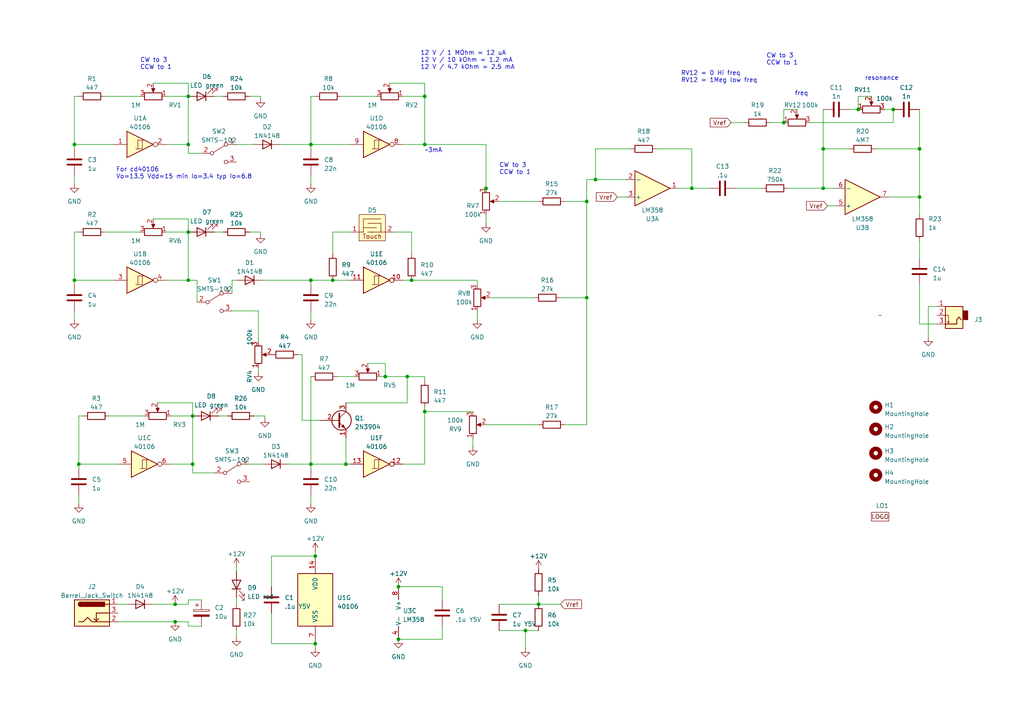
<source format=kicad_sch>
(kicad_sch (version 20230121) (generator eeschema)
  (paper "A4")
  (lib_symbols
    (symbol "4xxx:40106" (pin_names (offset 1.016))
      (property "Reference" "U" (at 0 1.27 0))
      (property "Value" "40106" (at 0 -1.27 0))
      (symbol "40106_1_0"
        (polyline (pts (xy -0.635 -1.27) (xy -0.635 1.27) (xy 0.635 1.27)))
        (polyline (pts (xy -3.81 3.81) (xy -3.81 -3.81) (xy 3.81 0) (xy -3.81 3.81)) (stroke (width 0.254)) (fill (type background)))
        (polyline (pts (xy -1.27 -1.27) (xy 0.635 -1.27) (xy 0.635 1.27) (xy 1.27 1.27)))
        (pin input line (at -7.62 0 0) (length 3.81) (name "~") (number "1"))
        (pin output inverted (at 7.62 0 180) (length 3.81) (name "~") (number "2"))
      )
      (symbol "40106_2_0"
        (polyline (pts (xy -0.635 -1.27) (xy -0.635 1.27) (xy 0.635 1.27)))
        (polyline (pts (xy -3.81 3.81) (xy -3.81 -3.81) (xy 3.81 0) (xy -3.81 3.81)) (stroke (width 0.254)) (fill (type background)))
        (polyline (pts (xy -1.27 -1.27) (xy 0.635 -1.27) (xy 0.635 1.27) (xy 1.27 1.27)))
        (pin input line (at -7.62 0 0) (length 3.81) (name "~") (number "3"))
        (pin output inverted (at 7.62 0 180) (length 3.81) (name "~") (number "4"))
      )
      (symbol "40106_3_0"
        (polyline (pts (xy -0.635 -1.27) (xy -0.635 1.27) (xy 0.635 1.27)))
        (polyline (pts (xy -3.81 3.81) (xy -3.81 -3.81) (xy 3.81 0) (xy -3.81 3.81)) (stroke (width 0.254)) (fill (type background)))
        (polyline (pts (xy -1.27 -1.27) (xy 0.635 -1.27) (xy 0.635 1.27) (xy 1.27 1.27)))
        (pin input line (at -7.62 0 0) (length 3.81) (name "~") (number "5"))
        (pin output inverted (at 7.62 0 180) (length 3.81) (name "~") (number "6"))
      )
      (symbol "40106_4_0"
        (polyline (pts (xy -0.635 -1.27) (xy -0.635 1.27) (xy 0.635 1.27)))
        (polyline (pts (xy -3.81 3.81) (xy -3.81 -3.81) (xy 3.81 0) (xy -3.81 3.81)) (stroke (width 0.254)) (fill (type background)))
        (polyline (pts (xy -1.27 -1.27) (xy 0.635 -1.27) (xy 0.635 1.27) (xy 1.27 1.27)))
        (pin output inverted (at 7.62 0 180) (length 3.81) (name "~") (number "8"))
        (pin input line (at -7.62 0 0) (length 3.81) (name "~") (number "9"))
      )
      (symbol "40106_5_0"
        (polyline (pts (xy -0.635 -1.27) (xy -0.635 1.27) (xy 0.635 1.27)))
        (polyline (pts (xy -3.81 3.81) (xy -3.81 -3.81) (xy 3.81 0) (xy -3.81 3.81)) (stroke (width 0.254)) (fill (type background)))
        (polyline (pts (xy -1.27 -1.27) (xy 0.635 -1.27) (xy 0.635 1.27) (xy 1.27 1.27)))
        (pin output inverted (at 7.62 0 180) (length 3.81) (name "~") (number "10"))
        (pin input line (at -7.62 0 0) (length 3.81) (name "~") (number "11"))
      )
      (symbol "40106_6_0"
        (polyline (pts (xy -0.635 -1.27) (xy -0.635 1.27) (xy 0.635 1.27)))
        (polyline (pts (xy -3.81 3.81) (xy -3.81 -3.81) (xy 3.81 0) (xy -3.81 3.81)) (stroke (width 0.254)) (fill (type background)))
        (polyline (pts (xy -1.27 -1.27) (xy 0.635 -1.27) (xy 0.635 1.27) (xy 1.27 1.27)))
        (pin output inverted (at 7.62 0 180) (length 3.81) (name "~") (number "12"))
        (pin input line (at -7.62 0 0) (length 3.81) (name "~") (number "13"))
      )
      (symbol "40106_7_0"
        (pin power_in line (at 0 12.7 270) (length 5.08) (name "VDD") (number "14"))
        (pin power_in line (at 0 -12.7 90) (length 5.08) (name "VSS") (number "7"))
      )
      (symbol "40106_7_1"
        (rectangle (start -5.08 7.62) (end 5.08 -7.62) (stroke (width 0.254)) (fill (type background)))
      )
    )
    (symbol "Amplifier_Operational:LM358" (pin_names (offset 0.127))
      (property "Reference" "U" (at 0 5.08 0))
      (property "Value" "LM358" (at 0 -5.08 0))
      (symbol "LM358_1_1"
        (polyline (pts (xy -5.08 5.08) (xy 5.08 0) (xy -5.08 -5.08) (xy -5.08 5.08)) (stroke (width 0.254)) (fill (type background)))
        (pin output line (at 7.62 0 180) (length 2.54) (name "~") (number "1"))
        (pin input line (at -7.62 -2.54 0) (length 2.54) (name "-") (number "2"))
        (pin input line (at -7.62 2.54 0) (length 2.54) (name "+") (number "3"))
      )
      (symbol "LM358_2_1"
        (polyline (pts (xy -5.08 5.08) (xy 5.08 0) (xy -5.08 -5.08) (xy -5.08 5.08)) (stroke (width 0.254)) (fill (type background)))
        (pin input line (at -7.62 2.54 0) (length 2.54) (name "+") (number "5"))
        (pin input line (at -7.62 -2.54 0) (length 2.54) (name "-") (number "6"))
        (pin output line (at 7.62 0 180) (length 2.54) (name "~") (number "7"))
      )
      (symbol "LM358_3_1"
        (pin power_in line (at -2.54 -7.62 90) (length 3.81) (name "V-") (number "4"))
        (pin power_in line (at -2.54 7.62 270) (length 3.81) (name "V+") (number "8"))
      )
    )
    (symbol "Connector:Barrel_Jack_Switch" (pin_names hide)
      (property "Reference" "J" (at 0 5.334 0))
      (property "Value" "Barrel_Jack_Switch" (at 0 -5.08 0))
      (symbol "Barrel_Jack_Switch_0_1"
        (rectangle (start -5.08 3.81) (end 5.08 -3.81) (stroke (width 0.254)) (fill (type background)))
        (arc (start -3.302 3.175) (mid -3.9343 2.54) (end -3.302 1.905) (stroke (width 0.254)))
        (arc (start -3.302 3.175) (mid -3.9343 2.54) (end -3.302 1.905) (stroke (width 0.254)) (fill (type outline)))
        (polyline (pts (xy 1.27 -2.286) (xy 1.905 -1.651)) (stroke (width 0.254)))
        (polyline (pts (xy 5.08 2.54) (xy 3.81 2.54)) (stroke (width 0.254)))
        (polyline (pts (xy 5.08 0) (xy 1.27 0) (xy 1.27 -2.286) (xy 0.635 -1.651)) (stroke (width 0.254)))
        (polyline (pts (xy -3.81 -2.54) (xy -2.54 -2.54) (xy -1.27 -1.27) (xy 0 -2.54) (xy 2.54 -2.54) (xy 5.08 -2.54)) (stroke (width 0.254)))
        (rectangle (start 3.683 3.175) (end -3.302 1.905) (stroke (width 0.254)) (fill (type outline)))
      )
      (symbol "Barrel_Jack_Switch_1_1"
        (pin passive line (at 7.62 2.54 180) (length 2.54) (name "~") (number "1"))
        (pin passive line (at 7.62 -2.54 180) (length 2.54) (name "~") (number "2"))
        (pin passive line (at 7.62 0 180) (length 2.54) (name "~") (number "3"))
      )
    )
    (symbol "Device:C" (pin_numbers hide) (pin_names (offset 0.254))
      (property "Reference" "C" (at 0.635 2.54 0))
      (property "Value" "C" (at 0.635 -2.54 0))
      (symbol "C_0_1"
        (polyline (pts (xy -2.032 -0.762) (xy 2.032 -0.762)) (stroke (width 0.508)))
        (polyline (pts (xy -2.032 0.762) (xy 2.032 0.762)) (stroke (width 0.508)))
      )
      (symbol "C_1_1"
        (pin passive line (at 0 3.81 270) (length 2.794) (name "~") (number "1"))
        (pin passive line (at 0 -3.81 90) (length 2.794) (name "~") (number "2"))
      )
    )
    (symbol "Device:C_Polarized" (pin_numbers hide) (pin_names (offset 0.254))
      (property "Reference" "C" (at 0.635 2.54 0))
      (property "Value" "C_Polarized" (at 0.635 -2.54 0))
      (symbol "C_Polarized_0_1"
        (rectangle (start -2.286 0.508) (end 2.286 1.016))
        (polyline (pts (xy -1.778 2.286) (xy -0.762 2.286)))
        (polyline (pts (xy -1.27 2.794) (xy -1.27 1.778)))
        (rectangle (start 2.286 -0.508) (end -2.286 -1.016) (fill (type outline)))
      )
      (symbol "C_Polarized_1_1"
        (pin passive line (at 0 3.81 270) (length 2.794) (name "~") (number "1"))
        (pin passive line (at 0 -3.81 90) (length 2.794) (name "~") (number "2"))
      )
    )
    (symbol "Device:LED" (pin_numbers hide) (pin_names (offset 1.016) hide)
      (property "Reference" "D" (at 0 2.54 0))
      (property "Value" "LED" (at 0 -2.54 0))
      (symbol "LED_0_1"
        (polyline (pts (xy -1.27 -1.27) (xy -1.27 1.27)) (stroke (width 0.254)))
        (polyline (pts (xy -1.27 0) (xy 1.27 0)))
        (polyline (pts (xy 1.27 -1.27) (xy 1.27 1.27) (xy -1.27 0) (xy 1.27 -1.27)) (stroke (width 0.254)))
        (polyline (pts (xy -3.048 -0.762) (xy -4.572 -2.286) (xy -3.81 -2.286) (xy -4.572 -2.286) (xy -4.572 -1.524)))
        (polyline (pts (xy -1.778 -0.762) (xy -3.302 -2.286) (xy -2.54 -2.286) (xy -3.302 -2.286) (xy -3.302 -1.524)))
      )
      (symbol "LED_1_1"
        (pin passive line (at -3.81 0 0) (length 2.54) (name "K") (number "1"))
        (pin passive line (at 3.81 0 180) (length 2.54) (name "A") (number "2"))
      )
    )
    (symbol "Device:R" (pin_numbers hide) (pin_names (offset 0))
      (property "Reference" "R" (at 2.032 0 90))
      (property "Value" "R" (at 0 0 90))
      (symbol "R_0_1"
        (rectangle (start -1.016 -2.54) (end 1.016 2.54) (stroke (width 0.254)))
      )
      (symbol "R_1_1"
        (pin passive line (at 0 3.81 270) (length 1.27) (name "~") (number "1"))
        (pin passive line (at 0 -3.81 90) (length 1.27) (name "~") (number "2"))
      )
    )
    (symbol "Device:R_Potentiometer" (pin_names (offset 1.016) hide)
      (property "Reference" "RV" (at -4.445 0 90))
      (property "Value" "R_Potentiometer" (at -2.54 0 90))
      (symbol "R_Potentiometer_0_1"
        (polyline (pts (xy 2.54 0) (xy 1.524 0)))
        (polyline (pts (xy 1.143 0) (xy 2.286 0.508) (xy 2.286 -0.508) (xy 1.143 0)) (fill (type outline)))
        (rectangle (start 1.016 2.54) (end -1.016 -2.54) (stroke (width 0.254)))
      )
      (symbol "R_Potentiometer_1_1"
        (pin passive line (at 0 3.81 270) (length 1.27) (name "1") (number "1"))
        (pin passive line (at 3.81 0 180) (length 1.27) (name "2") (number "2"))
        (pin passive line (at 0 -3.81 90) (length 1.27) (name "3") (number "3"))
      )
    )
    (symbol "Diode:1N4148" (pin_numbers hide) (pin_names hide)
      (property "Reference" "D" (at 0 2.54 0))
      (property "Value" "1N4148" (at 0 -2.54 0))
      (symbol "1N4148_0_1"
        (polyline (pts (xy -1.27 1.27) (xy -1.27 -1.27)) (stroke (width 0.254)))
        (polyline (pts (xy 1.27 0) (xy -1.27 0)))
        (polyline (pts (xy 1.27 1.27) (xy 1.27 -1.27) (xy -1.27 0) (xy 1.27 1.27)) (stroke (width 0.254)))
      )
      (symbol "1N4148_1_1"
        (pin passive line (at -3.81 0 0) (length 2.54) (name "K") (number "1"))
        (pin passive line (at 3.81 0 180) (length 2.54) (name "A") (number "2"))
      )
    )
    (symbol "Graphic:logo_x" (in_bom no)
      (property "Reference" "LO" (at 0 2.54 0))
      (symbol "logo_x_0_1"
        (rectangle (start -2.54 1.27) (end 2.54 -1.27))
      )
      (symbol "logo_x_1_1"
        (text "LOGO" (at 0 0 0) (effects (font (size 1.27 1.27))))
      )
    )
    (symbol "Mechanical:MountingHole" (pin_names (offset 1.016))
      (property "Reference" "H" (at 0 5.08 0))
      (property "Value" "MountingHole" (at 0 3.175 0))
      (symbol "MountingHole_0_1"
        (circle (center 0 0) (radius 1.27) (stroke (width 1.27)))
      )
    )
    (symbol "Switch:SW_SPDT" (pin_names (offset 0) hide)
      (property "Reference" "SW" (at 0 4.318 0))
      (property "Value" "SW_SPDT" (at 0 -5.08 0))
      (symbol "SW_SPDT_0_0"
        (circle (center -2.032 0) (radius 0.508))
        (circle (center 2.032 -2.54) (radius 0.508))
      )
      (symbol "SW_SPDT_0_1"
        (polyline (pts (xy -1.524 0.254) (xy 1.651 2.286)))
        (circle (center 2.032 2.54) (radius 0.508))
      )
      (symbol "SW_SPDT_1_1"
        (pin passive line (at 5.08 2.54 180) (length 2.54) (name "A") (number "1"))
        (pin passive line (at -5.08 0 0) (length 2.54) (name "B") (number "2"))
        (pin passive line (at 5.08 -2.54 180) (length 2.54) (name "C") (number "3"))
      )
    )
    (symbol "Transistor_BJT:2N3904" (pin_names (offset 0) hide)
      (property "Reference" "Q" (at 5.08 1.905 0))
      (property "Value" "2N3904" (at 5.08 0 0))
      (symbol "2N3904_0_1"
        (polyline (pts (xy 0.635 0.635) (xy 2.54 2.54)))
        (polyline (pts (xy 0.635 -0.635) (xy 2.54 -2.54) (xy 2.54 -2.54)))
        (polyline (pts (xy 0.635 1.905) (xy 0.635 -1.905) (xy 0.635 -1.905)) (stroke (width 0.508)))
        (polyline (pts (xy 1.27 -1.778) (xy 1.778 -1.27) (xy 2.286 -2.286) (xy 1.27 -1.778) (xy 1.27 -1.778)) (fill (type outline)))
        (circle (center 1.27 0) (radius 2.8194) (stroke (width 0.254)))
      )
      (symbol "2N3904_1_1"
        (pin passive line (at 2.54 -5.08 90) (length 2.54) (name "E") (number "1"))
        (pin passive line (at -5.08 0 0) (length 5.715) (name "B") (number "2"))
        (pin passive line (at 2.54 5.08 270) (length 2.54) (name "C") (number "3"))
      )
    )
    (symbol "import:AudioJackMono"
      (property "Reference" "J3" (at -5.715 1.27 0))
      (property "Value" "~" (at 21.59 2.54 0))
      (symbol "AudioJackMono_0_1"
        (rectangle (start -3.81 3.81) (end -2.54 1.27) (stroke (width 0.254)) (fill (type outline)))
        (rectangle (start -2.413 5.08) (end 2.667 -1.27) (stroke (width 0.254)) (fill (type background)))
        (polyline (pts (xy 1.778 0.254) (xy 2.032 0.762)))
        (polyline (pts (xy 2.54 2.54) (xy 1.778 2.54) (xy 1.778 0.254) (xy 1.524 0.762)))
        (polyline (pts (xy 2.54 0) (xy -0.635 0) (xy -0.635 1.27) (xy -1.27 2.032) (xy -1.905 1.27)) (stroke (width 0.254)))
      )
      (symbol "AudioJackMono_1_1"
        (pin passive line (at 5.08 5.08 180) (length 2.54) (name "~") (number "1"))
        (pin passive line (at 5.08 2.54 180) (length 2.54) (name "~") (number "2"))
        (pin passive line (at 5.08 0 180) (length 2.54) (name "~") (number "3"))
      )
    )
    (symbol "import:tactile_pad" (in_bom no)
      (property "Reference" "D" (at 0 6.35 0))
      (symbol "tactile_pad_0_1"
        (polyline (pts (xy -3.81 0) (xy -2.54 0)))
        (polyline (pts (xy -2.54 1.27) (xy 1.27 1.27)))
        (polyline (pts (xy -2.54 3.81) (xy -2.54 0)))
        (polyline (pts (xy -2.54 3.81) (xy 2.54 3.81)))
        (polyline (pts (xy -1.27 0) (xy 2.54 0)))
        (polyline (pts (xy -1.27 2.54) (xy 2.54 2.54)))
        (polyline (pts (xy 2.54 0) (xy 3.81 0)))
        (polyline (pts (xy 2.54 2.54) (xy 2.54 0)))
      )
      (symbol "tactile_pad_1_1"
        (rectangle (start -3.81 5.08) (end 3.81 -2.54) (fill (type background)))
        (text "Touch" (at 0 -1.27 0) (effects (font (size 1.27 1.27))))
        (pin passive line (at -6.35 0 0) (length 2.54) (name "") (number "1"))
        (pin passive line (at 6.35 0 180) (length 2.54) (name "") (number "2"))
      )
    )
    (symbol "power:+12V" (power) (pin_names (offset 0))
      (property "Value" "+12V" (at 0 3.556 0))
      (symbol "+12V_0_1"
        (polyline (pts (xy -0.762 1.27) (xy 0 2.54)))
        (polyline (pts (xy 0 0) (xy 0 2.54)))
        (polyline (pts (xy 0 2.54) (xy 0.762 1.27)))
      )
      (symbol "+12V_1_1"
        (pin power_in line (at 0 0 90) (length 0) hide (name "+12V") (number "1"))
      )
    )
    (symbol "power:GND" (power) (pin_names (offset 0))
      (property "Value" "GND" (at 0 -3.81 0))
      (symbol "GND_0_1"
        (polyline (pts (xy 0 0) (xy 0 -1.27) (xy 1.27 -1.27) (xy 0 -2.54) (xy -1.27 -1.27) (xy 0 -1.27)))
      )
      (symbol "GND_1_1"
        (pin power_in line (at 0 0 270) (length 0) hide (name "GND") (number "1"))
      )
    )
  )
  (junction (at 140.97 54.61))
  (junction (at 55.88 120.65))
  (junction (at 115.57 185.42))
  (junction (at 54.61 41.91))
  (junction (at 200.66 54.61))
  (junction (at 96.52 81.28))
  (junction (at 100.33 134.62))
  (junction (at 152.4 182.88))
  (junction (at 91.44 161.29))
  (junction (at 170.18 86.36))
  (junction (at 227.33 35.56))
  (junction (at 90.17 134.62))
  (junction (at 238.76 43.18))
  (junction (at 119.38 81.28))
  (junction (at 54.61 67.31))
  (junction (at 54.61 81.28))
  (junction (at 21.59 81.28))
  (junction (at 55.88 134.62))
  (junction (at 21.59 41.91))
  (junction (at 91.44 186.69))
  (junction (at 115.57 170.18))
  (junction (at 90.17 81.28))
  (junction (at 170.18 58.42))
  (junction (at 248.92 31.75))
  (junction (at 172.72 52.07))
  (junction (at 54.61 27.94))
  (junction (at 123.19 27.94))
  (junction (at 123.19 119.38))
  (junction (at 259.08 31.75))
  (junction (at 90.17 41.91))
  (junction (at 238.76 54.61))
  (junction (at 118.11 109.22))
  (junction (at 22.86 134.62))
  (junction (at 156.21 175.26))
  (junction (at 111.76 109.22))
  (junction (at 266.7 57.15))
  (junction (at 123.19 41.91))
  (junction (at 50.8 180.34))
  (junction (at 50.8 175.26))
  (junction (at 266.7 43.18))
  (wire (pts (xy 110.49 109.22) (xy 111.76 109.22)))
  (wire (pts (xy 68.58 81.28) (xy 67.31 81.28)))
  (wire (pts (xy 90.17 81.28) (xy 90.17 82.55)))
  (wire (pts (xy 162.56 86.36) (xy 170.18 86.36)))
  (wire (pts (xy 111.76 109.22) (xy 118.11 109.22)))
  (wire (pts (xy 54.61 180.34) (xy 50.8 180.34)))
  (wire (pts (xy 123.19 24.13) (xy 113.03 24.13)))
  (wire (pts (xy 58.42 173.99) (xy 54.61 173.99)))
  (wire (pts (xy 144.78 182.88) (xy 152.4 182.88)))
  (wire (pts (xy 30.48 67.31) (xy 40.64 67.31)))
  (wire (pts (xy 259.08 31.75) (xy 259.08 35.56)))
  (wire (pts (xy 118.11 116.84) (xy 118.11 109.22)))
  (wire (pts (xy 48.26 41.91) (xy 54.61 41.91)))
  (wire (pts (xy 55.88 134.62) (xy 55.88 120.65)))
  (wire (pts (xy 90.17 143.51) (xy 90.17 146.05)))
  (wire (pts (xy 74.93 106.68) (xy 74.93 107.95)))
  (wire (pts (xy 73.66 120.65) (xy 76.835 120.65)))
  (wire (pts (xy 259.08 31.75) (xy 256.54 31.75)))
  (wire (pts (xy 67.31 81.28) (xy 67.31 85.09)))
  (wire (pts (xy 116.84 27.94) (xy 123.19 27.94)))
  (wire (pts (xy 128.27 170.18) (xy 128.27 173.99)))
  (wire (pts (xy 123.19 41.91) (xy 123.19 27.94)))
  (wire (pts (xy 21.59 90.17) (xy 21.59 92.71)))
  (wire (pts (xy 91.44 160.02) (xy 91.44 161.29)))
  (wire (pts (xy 200.66 54.61) (xy 196.85 54.61)))
  (wire (pts (xy 72.39 134.62) (xy 76.2 134.62)))
  (wire (pts (xy 238.76 43.18) (xy 238.76 54.61)))
  (wire (pts (xy 90.17 90.17) (xy 90.17 92.71)))
  (wire (pts (xy 22.86 27.94) (xy 21.59 27.94)))
  (wire (pts (xy 269.24 88.9) (xy 269.24 97.79)))
  (wire (pts (xy 62.23 27.94) (xy 64.77 27.94)))
  (wire (pts (xy 123.19 118.11) (xy 123.19 119.38)))
  (wire (pts (xy 137.16 127) (xy 137.16 129.54)))
  (wire (pts (xy 76.835 120.65) (xy 76.835 121.285)))
  (wire (pts (xy 182.88 43.18) (xy 172.72 43.18)))
  (wire (pts (xy 78.74 161.29) (xy 91.44 161.29)))
  (wire (pts (xy 116.84 41.91) (xy 123.19 41.91)))
  (wire (pts (xy 140.97 41.91) (xy 140.97 54.61)))
  (wire (pts (xy 34.29 175.26) (xy 36.83 175.26)))
  (wire (pts (xy 142.24 86.36) (xy 154.94 86.36)))
  (wire (pts (xy 238.76 54.61) (xy 242.57 54.61)))
  (wire (pts (xy 54.61 44.45) (xy 54.61 41.91)))
  (wire (pts (xy 49.53 120.65) (xy 55.88 120.65)))
  (wire (pts (xy 96.52 67.31) (xy 101.6 67.31)))
  (wire (pts (xy 22.86 134.62) (xy 22.86 135.89)))
  (wire (pts (xy 213.36 54.61) (xy 220.98 54.61)))
  (wire (pts (xy 55.88 137.16) (xy 62.23 137.16)))
  (wire (pts (xy 123.19 119.38) (xy 137.16 119.38)))
  (wire (pts (xy 68.58 164.465) (xy 68.58 165.735)))
  (wire (pts (xy 54.61 24.13) (xy 54.61 27.94)))
  (wire (pts (xy 140.97 123.19) (xy 156.21 123.19)))
  (wire (pts (xy 90.17 50.8) (xy 90.17 53.34)))
  (wire (pts (xy 96.52 81.28) (xy 90.17 81.28)))
  (wire (pts (xy 83.82 134.62) (xy 90.17 134.62)))
  (wire (pts (xy 22.86 120.65) (xy 22.86 134.62)))
  (wire (pts (xy 62.23 67.31) (xy 64.77 67.31)))
  (wire (pts (xy 172.72 52.07) (xy 181.61 52.07)))
  (wire (pts (xy 90.17 27.94) (xy 90.17 41.91)))
  (wire (pts (xy 74.93 90.17) (xy 67.31 90.17)))
  (wire (pts (xy 266.7 31.75) (xy 266.7 43.18)))
  (wire (pts (xy 118.11 109.22) (xy 123.19 109.22)))
  (wire (pts (xy 144.78 175.26) (xy 156.21 175.26)))
  (wire (pts (xy 116.84 81.28) (xy 119.38 81.28)))
  (wire (pts (xy 72.39 27.94) (xy 75.565 27.94)))
  (wire (pts (xy 90.17 109.22) (xy 90.17 134.62)))
  (wire (pts (xy 163.83 123.19) (xy 170.18 123.19)))
  (wire (pts (xy 238.76 31.75) (xy 238.76 43.18)))
  (wire (pts (xy 54.61 181.61) (xy 54.61 180.34)))
  (wire (pts (xy 54.61 175.26) (xy 50.8 175.26)))
  (wire (pts (xy 34.29 134.62) (xy 22.86 134.62)))
  (wire (pts (xy 21.59 50.8) (xy 21.59 53.34)))
  (wire (pts (xy 90.17 41.91) (xy 90.17 43.18)))
  (wire (pts (xy 21.59 27.94) (xy 21.59 41.91)))
  (wire (pts (xy 57.15 81.28) (xy 54.61 81.28)))
  (wire (pts (xy 76.2 81.28) (xy 90.17 81.28)))
  (wire (pts (xy 22.86 143.51) (xy 22.86 146.05)))
  (wire (pts (xy 54.61 67.31) (xy 54.61 63.5)))
  (wire (pts (xy 246.38 31.75) (xy 248.92 31.75)))
  (wire (pts (xy 100.33 127) (xy 100.33 134.62)))
  (wire (pts (xy 170.18 86.36) (xy 170.18 123.19)))
  (wire (pts (xy 266.7 62.23) (xy 266.7 57.15)))
  (wire (pts (xy 54.61 27.94) (xy 54.61 41.91)))
  (wire (pts (xy 90.17 134.62) (xy 90.17 135.89)))
  (wire (pts (xy 55.88 137.16) (xy 55.88 134.62)))
  (wire (pts (xy 123.19 41.91) (xy 140.97 41.91)))
  (wire (pts (xy 170.18 52.07) (xy 172.72 52.07)))
  (wire (pts (xy 123.19 119.38) (xy 123.19 134.62)))
  (wire (pts (xy 266.7 69.85) (xy 266.7 74.93)))
  (wire (pts (xy 119.38 81.28) (xy 138.43 81.28)))
  (wire (pts (xy 44.45 175.26) (xy 50.8 175.26)))
  (wire (pts (xy 259.08 35.56) (xy 234.95 35.56)))
  (wire (pts (xy 54.61 24.13) (xy 44.45 24.13)))
  (wire (pts (xy 172.72 52.07) (xy 172.72 43.18)))
  (wire (pts (xy 223.52 35.56) (xy 227.33 35.56)))
  (wire (pts (xy 97.79 109.22) (xy 102.87 109.22)))
  (wire (pts (xy 72.39 67.31) (xy 75.565 67.31)))
  (wire (pts (xy 55.88 120.65) (xy 55.88 116.84)))
  (wire (pts (xy 248.92 27.94) (xy 252.73 27.94)))
  (wire (pts (xy 156.21 172.72) (xy 156.21 175.26)))
  (wire (pts (xy 271.78 88.9) (xy 269.24 88.9)))
  (wire (pts (xy 48.26 67.31) (xy 54.61 67.31)))
  (wire (pts (xy 200.66 43.18) (xy 200.66 54.61)))
  (wire (pts (xy 21.59 67.31) (xy 21.59 81.28)))
  (wire (pts (xy 33.02 41.91) (xy 21.59 41.91)))
  (wire (pts (xy 78.74 186.69) (xy 91.44 186.69)))
  (wire (pts (xy 266.7 93.98) (xy 271.78 93.98)))
  (wire (pts (xy 21.59 41.91) (xy 21.59 43.18)))
  (wire (pts (xy 99.06 27.94) (xy 109.22 27.94)))
  (wire (pts (xy 34.29 180.34) (xy 50.8 180.34)))
  (wire (pts (xy 115.57 170.18) (xy 128.27 170.18)))
  (wire (pts (xy 111.76 105.41) (xy 106.68 105.41)))
  (wire (pts (xy 68.58 173.355) (xy 68.58 175.26)))
  (wire (pts (xy 96.52 67.31) (xy 96.52 73.66)))
  (wire (pts (xy 123.19 109.22) (xy 123.19 110.49)))
  (wire (pts (xy 111.76 109.22) (xy 111.76 105.41)))
  (wire (pts (xy 31.75 120.65) (xy 41.91 120.65)))
  (wire (pts (xy 22.86 67.31) (xy 21.59 67.31)))
  (wire (pts (xy 92.71 121.92) (xy 87.63 121.92)))
  (wire (pts (xy 101.6 41.91) (xy 90.17 41.91)))
  (wire (pts (xy 55.88 116.84) (xy 45.72 116.84)))
  (wire (pts (xy 78.74 161.29) (xy 78.74 170.18)))
  (wire (pts (xy 140.97 62.23) (xy 140.97 64.77)))
  (wire (pts (xy 140.97 55.88) (xy 140.97 54.61)))
  (wire (pts (xy 81.28 41.91) (xy 90.17 41.91)))
  (wire (pts (xy 144.78 58.42) (xy 156.21 58.42)))
  (wire (pts (xy 68.58 41.91) (xy 73.66 41.91)))
  (wire (pts (xy 227.33 35.56) (xy 227.33 31.75)))
  (wire (pts (xy 68.58 182.88) (xy 68.58 184.785)))
  (wire (pts (xy 152.4 182.88) (xy 156.21 182.88)))
  (wire (pts (xy 54.61 173.99) (xy 54.61 175.26)))
  (wire (pts (xy 212.09 35.56) (xy 215.9 35.56)))
  (wire (pts (xy 227.33 31.75) (xy 231.14 31.75)))
  (wire (pts (xy 254 43.18) (xy 266.7 43.18)))
  (wire (pts (xy 240.03 59.69) (xy 242.57 59.69)))
  (wire (pts (xy 75.565 67.31) (xy 75.565 67.945)))
  (wire (pts (xy 48.26 27.94) (xy 54.61 27.94)))
  (wire (pts (xy 30.48 27.94) (xy 40.64 27.94)))
  (wire (pts (xy 152.4 182.88) (xy 152.4 187.96)))
  (wire (pts (xy 74.93 99.06) (xy 74.93 90.17)))
  (wire (pts (xy 58.42 44.45) (xy 54.61 44.45)))
  (wire (pts (xy 115.57 185.42) (xy 128.27 185.42)))
  (wire (pts (xy 190.5 43.18) (xy 200.66 43.18)))
  (wire (pts (xy 58.42 181.61) (xy 54.61 181.61)))
  (wire (pts (xy 78.74 177.8) (xy 78.74 186.69)))
  (wire (pts (xy 179.07 57.15) (xy 181.61 57.15)))
  (wire (pts (xy 101.6 81.28) (xy 96.52 81.28)))
  (wire (pts (xy 87.63 102.87) (xy 87.63 121.92)))
  (wire (pts (xy 266.7 82.55) (xy 266.7 93.98)))
  (wire (pts (xy 248.92 27.94) (xy 248.92 31.75)))
  (wire (pts (xy 200.66 54.61) (xy 205.74 54.61)))
  (wire (pts (xy 49.53 134.62) (xy 55.88 134.62)))
  (wire (pts (xy 138.43 81.28) (xy 138.43 82.55)))
  (wire (pts (xy 119.38 67.31) (xy 119.38 73.66)))
  (wire (pts (xy 156.21 175.26) (xy 162.56 175.26)))
  (wire (pts (xy 91.44 187.96) (xy 91.44 186.69)))
  (wire (pts (xy 91.44 27.94) (xy 90.17 27.94)))
  (wire (pts (xy 170.18 58.42) (xy 170.18 86.36)))
  (wire (pts (xy 57.15 81.28) (xy 57.15 87.63)))
  (wire (pts (xy 101.6 134.62) (xy 100.33 134.62)))
  (wire (pts (xy 228.6 54.61) (xy 238.76 54.61)))
  (wire (pts (xy 100.33 134.62) (xy 90.17 134.62)))
  (wire (pts (xy 128.27 181.61) (xy 128.27 185.42)))
  (wire (pts (xy 116.84 134.62) (xy 123.19 134.62)))
  (wire (pts (xy 114.3 67.31) (xy 119.38 67.31)))
  (wire (pts (xy 48.26 81.28) (xy 54.61 81.28)))
  (wire (pts (xy 54.61 67.31) (xy 54.61 81.28)))
  (wire (pts (xy 266.7 57.15) (xy 257.81 57.15)))
  (wire (pts (xy 138.43 90.17) (xy 138.43 92.71)))
  (wire (pts (xy 238.76 43.18) (xy 246.38 43.18)))
  (wire (pts (xy 100.33 116.84) (xy 118.11 116.84)))
  (wire (pts (xy 21.59 81.28) (xy 21.59 82.55)))
  (wire (pts (xy 266.7 43.18) (xy 266.7 57.15)))
  (wire (pts (xy 63.5 120.65) (xy 66.04 120.65)))
  (wire (pts (xy 33.02 81.28) (xy 21.59 81.28)))
  (wire (pts (xy 75.565 27.94) (xy 75.565 28.575)))
  (wire (pts (xy 163.83 58.42) (xy 170.18 58.42)))
  (wire (pts (xy 24.13 120.65) (xy 22.86 120.65)))
  (wire (pts (xy 87.63 102.87) (xy 86.36 102.87)))
  (wire (pts (xy 54.61 63.5) (xy 44.45 63.5)))
  (wire (pts (xy 170.18 52.07) (xy 170.18 58.42)))
  (wire (pts (xy 123.19 27.94) (xy 123.19 24.13)))
  (text "RV12 = 0 Hi freq\nRV12 = 1Meg low freq" (at 197.485 24.13 0) (effects (font (size 1.27 1.27)) (justify left bottom)))
  (text "resonance" (at 250.825 23.495 0) (effects (font (size 1.27 1.27)) (justify left bottom)))
  (text "CW to 3\nCCW to 1\n" (at 40.64 20.32 0) (effects (font (size 1.27 1.27)) (justify left bottom)))
  (text "CW to 3\nCCW to 1\n" (at 222.25 19.05 0) (effects (font (size 1.27 1.27)) (justify left bottom)))
  (text "12 V / 1 MOhm = 12 uA\n12 V / 10 kOhm = 1.2 mA\n12 V / 4.7 kOhm = 2.5 mA" (at 121.92 20.32 0) (effects (font (size 1.27 1.27)) (justify left bottom)))
  (text "~3mA" (at 123.19 44.45 0) (effects (font (size 1.27 1.27)) (justify left bottom)))
  (text "For cd40106\nVo=13.5 Vdd=15 min Io=3.4 typ Io=6.8" (at 33.655 52.07 0) (effects (font (size 1.27 1.27)) (justify left bottom)))
  (text "freq" (at 230.505 27.94 0) (effects (font (size 1.27 1.27)) (justify left bottom)))
  (text "CW to 3\nCCW to 1\n" (at 144.78 50.8 0) (effects (font (size 1.27 1.27)) (justify left bottom)))
  (global_label "Vref" (shape input) (at 240.03 59.69 180) (property "Intersheetrefs" "${INTERSHEET_REFS}" (effects hide)))
  (global_label "Vref" (shape input) (at 212.09 35.56 180) (property "Intersheetrefs" "${INTERSHEET_REFS}" (effects hide)))
  (global_label "Vref" (shape input) (at 162.56 175.26 0) (property "Intersheetrefs" "${INTERSHEET_REFS}" (effects hide)))
  (global_label "Vref" (shape input) (at 179.07 57.15 180) (property "Intersheetrefs" "${INTERSHEET_REFS}" (effects hide)))
  (symbol (lib_id "Device:R") (at 68.58 179.07 0) (unit 1)
    (property "Reference" "R27" (at 70.485 178.435 0) (effects (justify left)))
    (property "Value" "10k" (at 70.485 180.975 0) (effects (justify left)))
    (property "Footprint" "Resistor_THT:R_Axial_DIN0207_L6.3mm_D2.5mm_P10.16mm_Horizontal" (effects hide))
  )
  (symbol (lib_id "power:GND") (at 152.4 187.96 0) (unit 1)
    (property "Reference" "#PWR011" (effects hide))
    (property "Value" "GND" (at 152.4 193.04 0))
  )
  (symbol (lib_id "power:GND") (at 75.565 67.945 0) (unit 1)
    (property "Reference" "#PWR018" (effects hide))
    (property "Value" "GND" (at 75.565 73.025 0))
  )
  (symbol (lib_id "Device:R_Potentiometer") (at 137.16 123.19 0) (mirror x) (unit 1)
    (property "Reference" "RV9" (at 132.08 124.46 0))
    (property "Value" "100k" (at 132.08 121.92 0))
    (property "Footprint" "Potentiometer_THT:Potentiometer_Bourns_PTV09A-1_Single_Vertical" (effects hide))
  )
  (symbol (lib_id "Device:R") (at 219.71 35.56 270) (unit 1)
    (property "Reference" "R19" (at 219.71 30.48 90))
    (property "Value" "1k" (at 219.71 33.02 90))
    (property "Footprint" "Resistor_THT:R_Axial_DIN0207_L6.3mm_D2.5mm_P10.16mm_Horizontal" (effects hide))
  )
  (symbol (lib_id "Device:LED") (at 58.42 27.94 180) (unit 1)
    (property "Reference" "D6" (at 60.0075 22.225 0))
    (property "Value" "LED green" (at 60.0075 24.765 0))
    (property "Footprint" "LED_THT:LED_D5.0mm" (effects hide))
  )
  (symbol (lib_id "Connector:Barrel_Jack_Switch") (at 26.67 177.8 0) (unit 1)
    (property "Reference" "J2" (at 26.67 170.18 0))
    (property "Value" "Barrel_Jack_Switch" (at 26.67 172.72 0))
    (property "Footprint" "Connector_BarrelJack:BarrelJack_Wuerth_6941xx301002" (effects hide))
  )
  (symbol (lib_id "Device:C") (at 144.78 179.07 0) (unit 1)
    (property "Reference" "C7" (at 148.59 178.435 0) (effects (justify left)))
    (property "Value" "1u Y5V" (at 148.59 180.975 0) (effects (justify left)))
    (property "Footprint" "Capacitor_THT:C_Disc_D4.3mm_W1.9mm_P5.00mm" (effects hide))
  )
  (symbol (lib_id "import:tactile_pad") (at 107.95 67.31 0) (unit 1) (in_bom no)
    (property "Reference" "D5" (at 107.95 60.96 0))
    (property "Value" "~" (at 107.95 67.31 0))
    (property "Footprint" "Import:tactile pad triangle" (effects hide))
  )
  (symbol (lib_id "power:GND") (at 90.17 53.34 0) (unit 1)
    (property "Reference" "#PWR013" (effects hide))
    (property "Value" "GND" (at 90.17 58.42 0))
  )
  (symbol (lib_id "Device:R_Potentiometer") (at 138.43 86.36 0) (mirror x) (unit 1)
    (property "Reference" "RV8" (at 134.62 85.09 0))
    (property "Value" "100k" (at 134.62 87.63 0))
    (property "Footprint" "Potentiometer_THT:Potentiometer_Bourns_PTV09A-1_Single_Vertical" (effects hide))
  )
  (symbol (lib_id "Device:R") (at 93.98 109.22 90) (unit 1)
    (property "Reference" "R7" (at 93.98 104.14 90))
    (property "Value" "4k7" (at 93.98 106.68 90))
    (property "Footprint" "Resistor_THT:R_Axial_DIN0207_L6.3mm_D2.5mm_P10.16mm_Horizontal" (effects hide))
  )
  (symbol (lib_id "Device:LED") (at 58.42 67.31 180) (unit 1)
    (property "Reference" "D7" (at 60.0075 61.595 0))
    (property "Value" "LED green" (at 60.0075 64.135 0))
    (property "Footprint" "LED_THT:LED_D5.0mm" (effects hide))
  )
  (symbol (lib_id "Device:R") (at 119.38 77.47 180) (unit 1)
    (property "Reference" "R10" (at 121.92 76.835 0) (effects (justify right)))
    (property "Value" "4k7" (at 121.92 79.375 0) (effects (justify right)))
    (property "Footprint" "Resistor_THT:R_Axial_DIN0207_L6.3mm_D2.5mm_P10.16mm_Horizontal" (effects hide))
  )
  (symbol (lib_id "Device:R_Potentiometer") (at 106.68 109.22 270) (mirror x) (unit 1)
    (property "Reference" "RV5" (at 113.03 111.76 90))
    (property "Value" "1M" (at 101.6 111.76 90))
    (property "Footprint" "Potentiometer_THT:Potentiometer_Bourns_PTV09A-1_Single_Vertical" (effects hide))
  )
  (symbol (lib_id "power:GND") (at 90.17 146.05 0) (unit 1)
    (property "Reference" "#PWR015" (effects hide))
    (property "Value" "GND" (at 90.17 151.13 0))
  )
  (symbol (lib_id "Device:R_Potentiometer") (at 252.73 31.75 90) (unit 1)
    (property "Reference" "RV11" (at 250.19 26.035 90))
    (property "Value" "100k" (at 256.54 28.575 90))
    (property "Footprint" "Potentiometer_THT:Potentiometer_Bourns_PTV09A-1_Single_Vertical" (effects hide))
  )
  (symbol (lib_id "power:GND") (at 74.93 107.95 0) (unit 1)
    (property "Reference" "#PWR010" (effects hide))
    (property "Value" "GND" (at 74.93 113.03 0))
  )
  (symbol (lib_id "4xxx:40106") (at 109.22 41.91 0) (unit 4)
    (property "Reference" "U1" (at 109.22 34.29 0))
    (property "Value" "40106" (at 109.22 36.83 0))
    (property "Footprint" "Package_DIP:DIP-14_W7.62mm" (effects hide))
    (property "Datasheet" "https://assets.nexperia.com/documents/data-sheet/HEF40106B.pdf" (effects hide))
  )
  (symbol (lib_id "Amplifier_Operational:LM358") (at 189.23 54.61 0) (mirror x) (unit 1)
    (property "Reference" "U3" (at 189.23 63.5 0))
    (property "Value" "LM358" (at 189.23 60.96 0))
    (property "Footprint" "Package_DIP:DIP-8_W7.62mm" (effects hide))
    (property "Datasheet" "http://www.ti.com/lit/ds/symlink/lm2904-n.pdf" (effects hide))
  )
  (symbol (lib_id "Amplifier_Operational:LM358") (at 118.11 177.8 0) (unit 3)
    (property "Reference" "U3" (at 116.84 177.165 0) (effects (justify left)))
    (property "Value" "LM358" (at 116.84 179.705 0) (effects (justify left)))
    (property "Footprint" "Package_DIP:DIP-8_W7.62mm" (effects hide))
    (property "Datasheet" "http://www.ti.com/lit/ds/symlink/lm2904-n.pdf" (effects hide))
  )
  (symbol (lib_id "Diode:1N4148") (at 40.64 175.26 180) (unit 1)
    (property "Reference" "D4" (at 40.64 170.18 0))
    (property "Value" "1N4148" (at 40.64 172.72 0))
    (property "Footprint" "Diode_THT:D_DO-35_SOD27_P10.16mm_Horizontal" (effects hide))
    (property "Datasheet" "https://assets.nexperia.com/documents/data-sheet/1N4148_1N4448.pdf" (effects hide))
    (property "Sim.Device" "D" (effects hide))
    (property "Sim.Pins" "1=K 2=A" (effects hide))
  )
  (symbol (lib_id "Device:C") (at 21.59 86.36 0) (unit 1)
    (property "Reference" "C4" (at 25.4 85.725 0) (effects (justify left)))
    (property "Value" "1u" (at 25.4 88.265 0) (effects (justify left)))
    (property "Footprint" "Capacitor_THT:C_Disc_D4.3mm_W1.9mm_P5.00mm" (effects hide))
  )
  (symbol (lib_id "Device:R") (at 224.79 54.61 270) (unit 1)
    (property "Reference" "R22" (at 224.79 49.53 90))
    (property "Value" "750k" (at 224.79 52.07 90))
    (property "Footprint" "Resistor_THT:R_Axial_DIN0207_L6.3mm_D2.5mm_P10.16mm_Horizontal" (effects hide))
  )
  (symbol (lib_id "Device:C") (at 22.86 139.7 0) (unit 1)
    (property "Reference" "C5" (at 26.67 139.065 0) (effects (justify left)))
    (property "Value" "1u" (at 26.67 141.605 0) (effects (justify left)))
    (property "Footprint" "Capacitor_THT:C_Disc_D4.3mm_W1.9mm_P5.00mm" (effects hide))
  )
  (symbol (lib_id "Device:R") (at 96.52 77.47 180) (unit 1)
    (property "Reference" "R9" (at 99.06 76.835 0) (effects (justify right)))
    (property "Value" "4k7" (at 99.06 79.375 0) (effects (justify right)))
    (property "Footprint" "Resistor_THT:R_Axial_DIN0207_L6.3mm_D2.5mm_P10.16mm_Horizontal" (effects hide))
  )
  (symbol (lib_id "Mechanical:MountingHole") (at 254 137.795 0) (unit 1)
    (property "Reference" "H4" (at 256.54 137.16 0) (effects (justify left)))
    (property "Value" "MountingHole" (at 256.54 139.7 0) (effects (justify left)))
    (property "Footprint" "MountingHole:MountingHole_3.2mm_M3" (effects hide))
  )
  (symbol (lib_id "Device:C") (at 78.74 173.99 0) (mirror y) (unit 1)
    (property "Reference" "C1" (at 82.55 173.355 0) (effects (justify right)))
    (property "Value" ".1u Y5V" (at 82.55 175.895 0) (effects (justify right)))
    (property "Footprint" "Capacitor_THT:C_Disc_D4.3mm_W1.9mm_P5.00mm" (effects hide))
  )
  (symbol (lib_id "Device:C_Polarized") (at 58.42 177.8 0) (unit 1)
    (property "Reference" "C2" (at 62.23 176.276 0) (effects (justify left)))
    (property "Value" "10u" (at 62.23 178.816 0) (effects (justify left)))
    (property "Footprint" "Capacitor_THT:CP_Radial_D8.0mm_P5.00mm" (effects hide))
  )
  (symbol (lib_id "Switch:SW_SPDT") (at 63.5 44.45 0) (unit 1)
    (property "Reference" "SW2" (at 63.5 38.1 0))
    (property "Value" "SMTS-102" (at 63.5 40.64 0))
    (property "Footprint" "Import:SMTS-102" (effects hide))
  )
  (symbol (lib_id "Device:R") (at 123.19 114.3 180) (unit 1)
    (property "Reference" "R11" (at 125.73 113.665 0) (effects (justify right)))
    (property "Value" "4k7" (at 125.73 116.205 0) (effects (justify right)))
    (property "Footprint" "Resistor_THT:R_Axial_DIN0207_L6.3mm_D2.5mm_P10.16mm_Horizontal" (effects hide))
  )
  (symbol (lib_id "Diode:1N4148") (at 72.39 81.28 180) (unit 1)
    (property "Reference" "D1" (at 72.39 76.2 0))
    (property "Value" "1N4148" (at 72.39 78.74 0))
    (property "Footprint" "Diode_THT:D_DO-35_SOD27_P10.16mm_Horizontal" (effects hide))
    (property "Datasheet" "https://assets.nexperia.com/documents/data-sheet/1N4148_1N4448.pdf" (effects hide))
    (property "Sim.Device" "D" (effects hide))
    (property "Sim.Pins" "1=K 2=A" (effects hide))
  )
  (symbol (lib_id "Amplifier_Operational:LM358") (at 250.19 57.15 0) (mirror x) (unit 2)
    (property "Reference" "U3" (at 250.19 66.04 0))
    (property "Value" "LM358" (at 250.19 63.5 0))
    (property "Footprint" "Package_DIP:DIP-8_W7.62mm" (effects hide))
    (property "Datasheet" "http://www.ti.com/lit/ds/symlink/lm2904-n.pdf" (effects hide))
  )
  (symbol (lib_id "Switch:SW_SPDT") (at 62.23 87.63 0) (unit 1)
    (property "Reference" "SW1" (at 62.23 81.28 0))
    (property "Value" "SMTS-102" (at 62.23 83.82 0))
    (property "Footprint" "Import:SMTS-102" (effects hide))
  )
  (symbol (lib_id "Device:R_Potentiometer") (at 45.72 120.65 270) (mirror x) (unit 1)
    (property "Reference" "RV3" (at 52.07 123.19 90))
    (property "Value" "1M" (at 40.64 123.19 90))
    (property "Footprint" "Potentiometer_THT:Potentiometer_Bourns_PTV09A-1_Single_Vertical" (effects hide))
  )
  (symbol (lib_id "power:+12V") (at 156.21 165.1 0) (unit 1)
    (property "Reference" "#PWR012" (effects hide))
    (property "Value" "+12V" (at 156.21 161.29 0))
  )
  (symbol (lib_id "4xxx:40106") (at 41.91 134.62 0) (unit 3)
    (property "Reference" "U1" (at 41.91 127 0))
    (property "Value" "40106" (at 41.91 129.54 0))
    (property "Footprint" "Package_DIP:DIP-14_W7.62mm" (effects hide))
    (property "Datasheet" "https://assets.nexperia.com/documents/data-sheet/HEF40106B.pdf" (effects hide))
  )
  (symbol (lib_id "power:GND") (at 75.565 28.575 0) (unit 1)
    (property "Reference" "#PWR017" (effects hide))
    (property "Value" "GND" (at 75.565 33.655 0))
  )
  (symbol (lib_id "4xxx:40106") (at 91.44 173.99 0) (unit 7)
    (property "Reference" "U1" (at 97.79 173.355 0) (effects (justify left)))
    (property "Value" "40106" (at 97.79 175.895 0) (effects (justify left)))
    (property "Footprint" "Package_DIP:DIP-14_W7.62mm" (effects hide))
    (property "Datasheet" "https://assets.nexperia.com/documents/data-sheet/HEF40106B.pdf" (effects hide))
  )
  (symbol (lib_id "Device:C") (at 209.55 54.61 90) (unit 1)
    (property "Reference" "C13" (at 209.55 48.26 90))
    (property "Value" ".1u" (at 209.55 50.8 90))
    (property "Footprint" "Capacitor_THT:C_Disc_D4.3mm_W1.9mm_P5.00mm" (effects hide))
  )
  (symbol (lib_id "power:+12V") (at 115.57 170.18 0) (unit 1)
    (property "Reference" "#PWR08" (effects hide))
    (property "Value" "+12V" (at 115.57 166.37 0))
  )
  (symbol (lib_id "power:GND") (at 90.17 92.71 0) (unit 1)
    (property "Reference" "#PWR014" (effects hide))
    (property "Value" "GND" (at 90.17 97.79 0))
  )
  (symbol (lib_id "Device:R") (at 68.58 27.94 90) (unit 1)
    (property "Reference" "R24" (at 68.58 22.86 90))
    (property "Value" "10k" (at 68.58 25.4 90))
    (property "Footprint" "Resistor_THT:R_Axial_DIN0207_L6.3mm_D2.5mm_P10.16mm_Horizontal" (effects hide))
  )
  (symbol (lib_id "Device:R_Potentiometer") (at 44.45 27.94 270) (mirror x) (unit 1)
    (property "Reference" "RV1" (at 50.8 30.48 90))
    (property "Value" "1M" (at 39.37 30.48 90))
    (property "Footprint" "Potentiometer_THT:Potentiometer_Bourns_PTV09A-1_Single_Vertical" (effects hide))
  )
  (symbol (lib_id "power:GND") (at 76.835 121.285 0) (unit 1)
    (property "Reference" "#PWR019" (effects hide))
    (property "Value" "GND" (at 76.835 126.365 0))
  )
  (symbol (lib_id "Device:R") (at 68.58 67.31 90) (unit 1)
    (property "Reference" "R25" (at 68.58 62.23 90))
    (property "Value" "10k" (at 68.58 64.77 90))
    (property "Footprint" "Resistor_THT:R_Axial_DIN0207_L6.3mm_D2.5mm_P10.16mm_Horizontal" (effects hide))
  )
  (symbol (lib_id "power:GND") (at 21.59 92.71 0) (unit 1)
    (property "Reference" "#PWR06" (effects hide))
    (property "Value" "GND" (at 21.59 97.79 0))
  )
  (symbol (lib_id "power:GND") (at 68.58 184.785 0) (unit 1)
    (property "Reference" "#PWR020" (effects hide))
    (property "Value" "GND" (at 68.58 189.865 0))
  )
  (symbol (lib_id "Device:R_Potentiometer") (at 44.45 67.31 270) (mirror x) (unit 1)
    (property "Reference" "RV6" (at 50.8 69.85 90))
    (property "Value" "1M" (at 39.37 69.85 90))
    (property "Footprint" "Potentiometer_THT:Potentiometer_Bourns_PTV09A-1_Single_Vertical" (effects hide))
  )
  (symbol (lib_id "Device:C") (at 128.27 177.8 0) (unit 1)
    (property "Reference" "C6" (at 132.08 177.165 0) (effects (justify left)))
    (property "Value" ".1u Y5V" (at 132.08 179.705 0) (effects (justify left)))
    (property "Footprint" "Capacitor_THT:C_Disc_D4.3mm_W1.9mm_P5.00mm" (effects hide))
  )
  (symbol (lib_id "Device:R") (at 160.02 123.19 270) (unit 1)
    (property "Reference" "R17" (at 160.02 118.11 90))
    (property "Value" "27k" (at 160.02 120.65 90))
    (property "Footprint" "Resistor_THT:R_Axial_DIN0207_L6.3mm_D2.5mm_P10.16mm_Horizontal" (effects hide))
  )
  (symbol (lib_id "Device:C") (at 266.7 78.74 180) (unit 1)
    (property "Reference" "C14" (at 270.51 78.105 0) (effects (justify right)))
    (property "Value" "1u" (at 270.51 80.645 0) (effects (justify right)))
    (property "Footprint" "Capacitor_THT:C_Disc_D4.3mm_W1.9mm_P5.00mm" (effects hide))
  )
  (symbol (lib_id "power:GND") (at 138.43 92.71 0) (unit 1)
    (property "Reference" "#PWR022" (effects hide))
    (property "Value" "GND" (at 138.43 97.79 0))
  )
  (symbol (lib_id "Device:R") (at 27.94 120.65 90) (unit 1)
    (property "Reference" "R3" (at 27.94 115.57 90))
    (property "Value" "4k7" (at 27.94 118.11 90))
    (property "Footprint" "Resistor_THT:R_Axial_DIN0207_L6.3mm_D2.5mm_P10.16mm_Horizontal" (effects hide))
  )
  (symbol (lib_id "Device:R_Potentiometer") (at 74.93 102.87 0) (mirror x) (unit 1)
    (property "Reference" "RV4" (at 72.39 109.22 90))
    (property "Value" "100k" (at 72.39 97.79 90))
    (property "Footprint" "Potentiometer_THT:Potentiometer_Bourns_PTV09A-1_Single_Vertical" (effects hide))
  )
  (symbol (lib_id "4xxx:40106") (at 109.22 81.28 0) (unit 5)
    (property "Reference" "U1" (at 109.22 73.66 0))
    (property "Value" "40106" (at 109.22 76.2 0))
    (property "Footprint" "Package_DIP:DIP-14_W7.62mm" (effects hide))
    (property "Datasheet" "https://assets.nexperia.com/documents/data-sheet/HEF40106B.pdf" (effects hide))
  )
  (symbol (lib_id "Transistor_BJT:2N3904") (at 97.79 121.92 0) (unit 1)
    (property "Reference" "Q1" (at 102.87 121.285 0) (effects (justify left)))
    (property "Value" "2N3904" (at 102.87 123.825 0) (effects (justify left)))
    (property "Footprint" "Package_TO_SOT_THT:TO-92Flat" (effects hide))
    (property "Datasheet" "https://www.onsemi.com/pub/Collateral/2N3903-D.PDF" (effects hide))
  )
  (symbol (lib_id "Device:R") (at 158.75 86.36 270) (unit 1)
    (property "Reference" "R16" (at 158.75 81.28 90))
    (property "Value" "27k" (at 158.75 83.82 90))
    (property "Footprint" "Resistor_THT:R_Axial_DIN0207_L6.3mm_D2.5mm_P10.16mm_Horizontal" (effects hide))
  )
  (symbol (lib_id "power:GND") (at 22.86 146.05 0) (unit 1)
    (property "Reference" "#PWR07" (effects hide))
    (property "Value" "GND" (at 22.86 151.13 0))
  )
  (symbol (lib_id "Device:C") (at 90.17 86.36 0) (unit 1)
    (property "Reference" "C9" (at 93.98 85.725 0) (effects (justify left)))
    (property "Value" "22n" (at 93.98 88.265 0) (effects (justify left)))
    (property "Footprint" "Capacitor_THT:C_Disc_D4.3mm_W1.9mm_P5.00mm" (effects hide))
  )
  (symbol (lib_id "Device:R") (at 160.02 58.42 270) (unit 1)
    (property "Reference" "R15" (at 160.02 53.34 90))
    (property "Value" "27k" (at 160.02 55.88 90))
    (property "Footprint" "Resistor_THT:R_Axial_DIN0207_L6.3mm_D2.5mm_P10.16mm_Horizontal" (effects hide))
  )
  (symbol (lib_id "Mechanical:MountingHole") (at 254 118.11 0) (unit 1)
    (property "Reference" "H1" (at 256.54 117.475 0) (effects (justify left)))
    (property "Value" "MountingHole" (at 256.54 120.015 0) (effects (justify left)))
    (property "Footprint" "MountingHole:MountingHole_3.2mm_M3" (effects hide))
  )
  (symbol (lib_id "Device:R") (at 82.55 102.87 90) (unit 1)
    (property "Reference" "R4" (at 82.55 97.79 90))
    (property "Value" "4k7" (at 82.55 100.33 90))
    (property "Footprint" "Resistor_THT:R_Axial_DIN0207_L6.3mm_D2.5mm_P10.16mm_Horizontal" (effects hide))
  )
  (symbol (lib_id "Device:R") (at 26.67 67.31 90) (unit 1)
    (property "Reference" "R2" (at 26.67 62.23 90))
    (property "Value" "4k7" (at 26.67 64.77 90))
    (property "Footprint" "Resistor_THT:R_Axial_DIN0207_L6.3mm_D2.5mm_P10.16mm_Horizontal" (effects hide))
  )
  (symbol (lib_id "Device:C") (at 242.57 31.75 90) (unit 1)
    (property "Reference" "C11" (at 242.57 25.4 90))
    (property "Value" "1n" (at 242.57 27.94 90))
    (property "Footprint" "Capacitor_THT:C_Disc_D4.3mm_W1.9mm_P5.00mm" (effects hide))
  )
  (symbol (lib_id "power:GND") (at 140.97 64.77 0) (unit 1)
    (property "Reference" "#PWR023" (effects hide))
    (property "Value" "GND" (at 140.97 69.85 0))
  )
  (symbol (lib_id "power:GND") (at 269.24 97.79 0) (unit 1)
    (property "Reference" "#PWR016" (effects hide))
    (property "Value" "GND" (at 269.24 102.87 0))
  )
  (symbol (lib_id "power:GND") (at 91.44 187.96 0) (unit 1)
    (property "Reference" "#PWR04" (effects hide))
    (property "Value" "GND" (at 91.44 193.04 0))
  )
  (symbol (lib_id "import:AudioJackMono") (at 276.86 93.98 0) (mirror y) (unit 1)
    (property "Reference" "J3" (at 282.575 92.71 0) (effects (justify right)))
    (property "Value" "~" (at 255.27 91.44 0))
    (property "Footprint" "Import:PJ-316" (effects hide))
  )
  (symbol (lib_id "power:+12V") (at 68.58 164.465 0) (unit 1)
    (property "Reference" "#PWR021" (effects hide))
    (property "Value" "+12V" (at 68.58 160.655 0))
  )
  (symbol (lib_id "4xxx:40106") (at 40.64 81.28 0) (unit 2)
    (property "Reference" "U1" (at 40.64 73.66 0))
    (property "Value" "40106" (at 40.64 76.2 0))
    (property "Footprint" "Package_DIP:DIP-14_W7.62mm" (effects hide))
    (property "Datasheet" "https://assets.nexperia.com/documents/data-sheet/HEF40106B.pdf" (effects hide))
  )
  (symbol (lib_id "4xxx:40106") (at 109.22 134.62 0) (unit 6)
    (property "Reference" "U1" (at 109.22 127 0))
    (property "Value" "40106" (at 109.22 129.54 0))
    (property "Footprint" "Package_DIP:DIP-14_W7.62mm" (effects hide))
    (property "Datasheet" "https://assets.nexperia.com/documents/data-sheet/HEF40106B.pdf" (effects hide))
  )
  (symbol (lib_id "Device:R") (at 186.69 43.18 270) (unit 1)
    (property "Reference" "R18" (at 186.69 38.1 90))
    (property "Value" "4k7" (at 186.69 40.64 90))
    (property "Footprint" "Resistor_THT:R_Axial_DIN0207_L6.3mm_D2.5mm_P10.16mm_Horizontal" (effects hide))
  )
  (symbol (lib_id "Device:R_Potentiometer") (at 113.03 27.94 270) (mirror x) (unit 1)
    (property "Reference" "RV2" (at 119.38 30.48 90))
    (property "Value" "1M" (at 107.95 30.48 90))
    (property "Footprint" "Potentiometer_THT:Potentiometer_Bourns_PTV09A-1_Single_Vertical" (effects hide))
  )
  (symbol (lib_id "Device:C") (at 90.17 139.7 0) (unit 1)
    (property "Reference" "C10" (at 93.98 139.065 0) (effects (justify left)))
    (property "Value" "22n" (at 93.98 141.605 0) (effects (justify left)))
    (property "Footprint" "Capacitor_THT:C_Disc_D4.3mm_W1.9mm_P5.00mm" (effects hide))
  )
  (symbol (lib_id "Device:R") (at 95.25 27.94 90) (unit 1)
    (property "Reference" "R8" (at 95.25 22.86 90))
    (property "Value" "10k" (at 95.25 25.4 90))
    (property "Footprint" "Resistor_THT:R_Axial_DIN0207_L6.3mm_D2.5mm_P10.16mm_Horizontal" (effects hide))
  )
  (symbol (lib_id "Mechanical:MountingHole") (at 254 131.445 0) (unit 1)
    (property "Reference" "H3" (at 256.54 130.81 0) (effects (justify left)))
    (property "Value" "MountingHole" (at 256.54 133.35 0) (effects (justify left)))
    (property "Footprint" "MountingHole:MountingHole_3.2mm_M3" (effects hide))
  )
  (symbol (lib_id "power:GND") (at 137.16 129.54 0) (unit 1)
    (property "Reference" "#PWR024" (effects hide))
    (property "Value" "GND" (at 137.16 134.62 0))
  )
  (symbol (lib_id "Device:R") (at 250.19 43.18 270) (unit 1)
    (property "Reference" "R20" (at 250.19 38.1 90))
    (property "Value" "4M7" (at 250.19 40.64 90))
    (property "Footprint" "Resistor_THT:R_Axial_DIN0207_L6.3mm_D2.5mm_P10.16mm_Horizontal" (effects hide))
  )
  (symbol (lib_id "Diode:1N4148") (at 80.01 134.62 180) (unit 1)
    (property "Reference" "D3" (at 80.01 129.54 0))
    (property "Value" "1N4148" (at 80.01 132.08 0))
    (property "Footprint" "Diode_THT:D_DO-35_SOD27_P10.16mm_Horizontal" (effects hide))
    (property "Datasheet" "https://assets.nexperia.com/documents/data-sheet/1N4148_1N4448.pdf" (effects hide))
    (property "Sim.Device" "D" (effects hide))
    (property "Sim.Pins" "1=K 2=A" (effects hide))
  )
  (symbol (lib_id "Device:R") (at 156.21 168.91 0) (unit 1)
    (property "Reference" "R5" (at 158.75 168.275 0) (effects (justify left)))
    (property "Value" "10k" (at 158.75 170.815 0) (effects (justify left)))
    (property "Footprint" "Resistor_THT:R_Axial_DIN0207_L6.3mm_D2.5mm_P10.16mm_Horizontal" (effects hide))
  )
  (symbol (lib_id "Diode:1N4148") (at 77.47 41.91 180) (unit 1)
    (property "Reference" "D2" (at 77.47 36.83 0))
    (property "Value" "1N4148" (at 77.47 39.37 0))
    (property "Footprint" "Diode_THT:D_DO-35_SOD27_P10.16mm_Horizontal" (effects hide))
    (property "Datasheet" "https://assets.nexperia.com/documents/data-sheet/1N4148_1N4448.pdf" (effects hide))
    (property "Sim.Device" "D" (effects hide))
    (property "Sim.Pins" "1=K 2=A" (effects hide))
  )
  (symbol (lib_id "4xxx:40106") (at 40.64 41.91 0) (unit 1)
    (property "Reference" "U1" (at 40.64 34.29 0))
    (property "Value" "40106" (at 40.64 36.83 0))
    (property "Footprint" "Package_DIP:DIP-14_W7.62mm" (effects hide))
    (property "Datasheet" "https://assets.nexperia.com/documents/data-sheet/HEF40106B.pdf" (effects hide))
  )
  (symbol (lib_id "Device:C") (at 262.89 31.75 90) (unit 1)
    (property "Reference" "C12" (at 262.89 25.4 90))
    (property "Value" "1n" (at 262.89 27.94 90))
    (property "Footprint" "Capacitor_THT:C_Disc_D4.3mm_W1.9mm_P5.00mm" (effects hide))
  )
  (symbol (lib_id "Device:LED") (at 59.69 120.65 180) (unit 1)
    (property "Reference" "D8" (at 61.2775 114.935 0))
    (property "Value" "LED green" (at 61.2775 117.475 0))
    (property "Footprint" "LED_THT:LED_D5.0mm" (effects hide))
  )
  (symbol (lib_id "power:GND") (at 21.59 53.34 0) (unit 1)
    (property "Reference" "#PWR05" (effects hide))
    (property "Value" "GND" (at 21.59 58.42 0))
  )
  (symbol (lib_id "Device:R_Potentiometer") (at 140.97 58.42 0) (mirror x) (unit 1)
    (property "Reference" "RV7" (at 137.16 59.69 0))
    (property "Value" "100k" (at 137.16 62.23 0))
    (property "Footprint" "Potentiometer_THT:Potentiometer_Bourns_PTV09A-1_Single_Vertical" (effects hide))
  )
  (symbol (lib_id "Mechanical:MountingHole") (at 254 124.46 0) (unit 1)
    (property "Reference" "H2" (at 256.54 123.825 0) (effects (justify left)))
    (property "Value" "MountingHole" (at 256.54 126.365 0) (effects (justify left)))
    (property "Footprint" "MountingHole:MountingHole_3.2mm_M3" (effects hide))
  )
  (symbol (lib_id "Switch:SW_SPDT") (at 67.31 137.16 0) (unit 1)
    (property "Reference" "SW3" (at 67.31 130.81 0))
    (property "Value" "SMTS-102" (at 67.31 133.35 0))
    (property "Footprint" "Import:SMTS-102" (effects hide))
  )
  (symbol (lib_id "Device:LED") (at 68.58 169.545 90) (unit 1)
    (property "Reference" "D9" (at 71.755 170.4975 90) (effects (justify right)))
    (property "Value" "LED red" (at 71.755 173.0375 90) (effects (justify right)))
    (property "Footprint" "LED_THT:LED_D5.0mm" (effects hide))
  )
  (symbol (lib_id "power:GND") (at 115.57 185.42 0) (unit 1)
    (property "Reference" "#PWR09" (effects hide))
    (property "Value" "GND" (at 115.57 190.5 0))
  )
  (symbol (lib_id "Device:C") (at 90.17 46.99 0) (unit 1)
    (property "Reference" "C8" (at 93.98 46.355 0) (effects (justify left)))
    (property "Value" "22n" (at 93.98 48.895 0) (effects (justify left)))
    (property "Footprint" "Capacitor_THT:C_Disc_D4.3mm_W1.9mm_P5.00mm" (effects hide))
  )
  (symbol (lib_id "Device:C") (at 21.59 46.99 0) (unit 1)
    (property "Reference" "C3" (at 25.4 46.355 0) (effects (justify left)))
    (property "Value" "1u" (at 25.4 48.895 0) (effects (justify left)))
    (property "Footprint" "Capacitor_THT:C_Disc_D4.3mm_W1.9mm_P5.00mm" (effects hide))
  )
  (symbol (lib_id "Device:R") (at 266.7 66.04 180) (unit 1)
    (property "Reference" "R23" (at 269.24 63.5 0) (effects (justify right)))
    (property "Value" "1k" (at 269.24 66.04 0) (effects (justify right)))
    (property "Footprint" "Resistor_THT:R_Axial_DIN0207_L6.3mm_D2.5mm_P10.16mm_Horizontal" (effects hide))
  )
  (symbol (lib_id "power:+12V") (at 91.44 160.02 0) (unit 1)
    (property "Reference" "#PWR03" (effects hide))
    (property "Value" "+12V" (at 91.44 156.21 0))
  )
  (symbol (lib_id "power:GND") (at 50.8 180.34 0) (unit 1)
    (property "Reference" "#PWR02" (effects hide))
    (property "Value" "GND" (at 50.8 185.42 0))
  )
  (symbol (lib_id "Device:R_Potentiometer") (at 231.14 35.56 90) (unit 1)
    (property "Reference" "RV12" (at 229.87 30.48 90))
    (property "Value" "100k" (at 234.95 30.48 90))
    (property "Footprint" "Potentiometer_THT:Potentiometer_Bourns_PTV09A-1_Single_Vertical" (effects hide))
  )
  (symbol (lib_id "Device:R") (at 156.21 179.07 0) (unit 1)
    (property "Reference" "R6" (at 158.75 178.435 0) (effects (justify left)))
    (property "Value" "10k" (at 158.75 180.975 0) (effects (justify left)))
    (property "Footprint" "Resistor_THT:R_Axial_DIN0207_L6.3mm_D2.5mm_P10.16mm_Horizontal" (effects hide))
  )
  (symbol (lib_id "Graphic:logo_x") (at 255.27 149.86 0) (unit 1) (in_bom no)
    (property "Reference" "LO1" (at 254 146.685 0) (effects (justify left)))
    (property "Value" "~" (at 255.27 149.86 0))
    (property "Footprint" "Symbol:Polarity_Center_Positive_6mm_SilkScreen" (effects hide))
  )
  (symbol (lib_id "power:+12V") (at 50.8 175.26 0) (unit 1)
    (property "Reference" "#PWR01" (effects hide))
    (property "Value" "+12V" (at 50.8 171.45 0))
  )
  (symbol (lib_id "Device:R") (at 69.85 120.65 90) (unit 1)
    (property "Reference" "R26" (at 69.85 115.57 90))
    (property "Value" "10k" (at 69.85 118.11 90))
    (property "Footprint" "Resistor_THT:R_Axial_DIN0207_L6.3mm_D2.5mm_P10.16mm_Horizontal" (effects hide))
  )
  (symbol (lib_id "Device:R") (at 26.67 27.94 90) (unit 1)
    (property "Reference" "R1" (at 26.67 22.86 90))
    (property "Value" "4k7" (at 26.67 25.4 90))
    (property "Footprint" "Resistor_THT:R_Axial_DIN0207_L6.3mm_D2.5mm_P10.16mm_Horizontal" (effects hide))
  )
)
</source>
